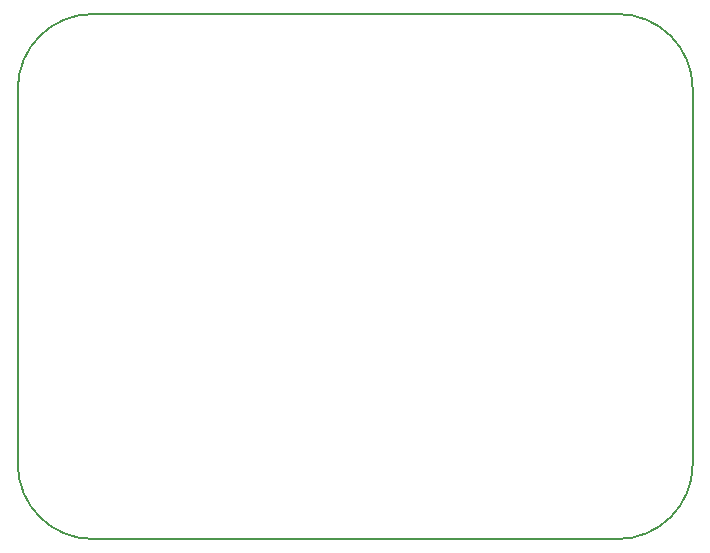
<source format=gbr>
G04 DipTrace 3.3.1.3*
G04 BoardOutline.gbr*
%MOIN*%
G04 #@! TF.FileFunction,Profile*
G04 #@! TF.Part,Single*
%ADD11C,0.005512*%
%FSLAX26Y26*%
G04*
G70*
G90*
G75*
G01*
G04 BoardOutline*
%LPD*%
X643701Y393700D2*
D11*
X2393701D1*
G03X2643700Y643700I-1J249999D01*
G01*
Y1893700D1*
G03X2393701Y2143700I-250002J-2D01*
G01*
X643701D1*
G03X393700Y1893700I2J-250004D01*
G01*
Y643700D1*
G03X643701Y393700I250002J2D01*
G01*
M02*

</source>
